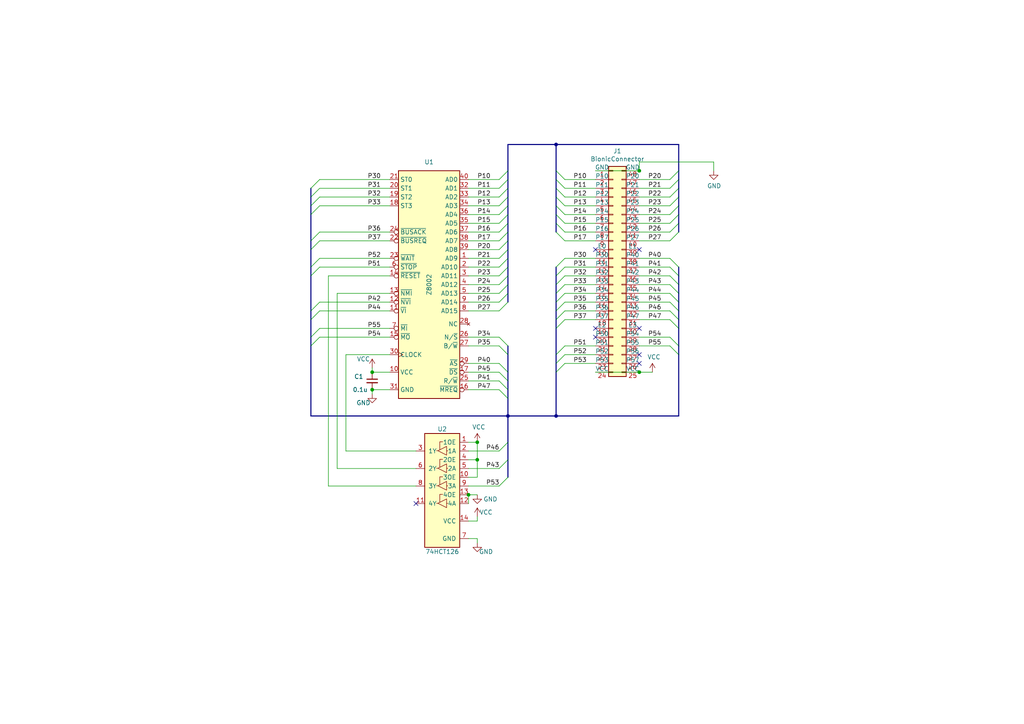
<source format=kicad_sch>
(kicad_sch (version 20211123) (generator eeschema)
  (paper "A4")
  (title_block (title "BionicZ8002 Mezzanine") (date "2022-01-19") (rev "1") (company "Tadashi G. Takaoka"))
  (lib_symbols
    (symbol "0-LocalLibrary:74HCT126" (pin_names (offset 1.016))
      (property "Reference" "U" (at 0 16.51 0))
      (property "Value" "74HCT126" (at 0 -19.05 0))
      (symbol "74HCT126_0_1"
        (polyline (pts (xy -1.2954 10.2108) (xy -1.6002 10.2108)))
        (polyline (pts (xy 1.2954 10.2362) (xy 1.651 10.2362)))
        (polyline (pts (xy 0.7112 10.5664) (xy 0.7112 12.827) (xy -0.127 12.827) (xy -0.1016 12.827)))
      )
      (symbol "74HCT126_1_0"
        (polyline (pts (xy 1.27 10.2362) (xy -1.27 11.5062) (xy -1.27 8.9662) (xy 1.27 10.2362)) (stroke (width 0.1524)))
        (pin input line (at -7.62 12.7 0) (length 2.54) (name "1OE") (number "1"))
        (pin input line (at -7.62 2.54 0) (length 2.54) (name "3OE") (number "10"))
        (pin tri_state line (at 7.62 -5.08 180) (length 2.54) (name "4Y") (number "11"))
        (pin input line (at -7.62 -5.08 0) (length 2.54) (name "4A") (number "12"))
        (pin input line (at -7.62 -2.54 0) (length 2.54) (name "4OE") (number "13"))
        (pin power_in line (at -7.62 -10.16 0) (length 2.54) (name "VCC") (number "14"))
        (pin input line (at -7.62 10.16 0) (length 2.54) (name "1A") (number "2"))
        (pin tri_state line (at 7.62 10.16 180) (length 2.54) (name "1Y") (number "3"))
        (pin input line (at -7.62 7.62 0) (length 2.54) (name "2OE") (number "4"))
        (pin input line (at -7.62 5.08 0) (length 2.54) (name "2A") (number "5"))
        (pin tri_state line (at 7.62 5.08 180) (length 2.54) (name "2Y") (number "6"))
        (pin power_in line (at -7.62 -15.24 0) (length 2.54) (name "GND") (number "7"))
        (pin tri_state line (at 7.62 0 180) (length 2.54) (name "3Y") (number "8"))
        (pin input line (at -7.62 0 0) (length 2.54) (name "3A") (number "9"))
      )
      (symbol "74HCT126_1_1"
        (rectangle (start -5.08 15.24) (end 5.08 -17.78) (stroke (width 0.254)) (fill (type background)))
        (polyline (pts (xy -1.2954 -5.0292) (xy -1.6002 -5.0292)))
        (polyline (pts (xy -1.2954 0.0508) (xy -1.6002 0.0508)))
        (polyline (pts (xy -1.2954 5.1308) (xy -1.6002 5.1308)))
        (polyline (pts (xy 1.2954 -5.0038) (xy 1.651 -5.0038)))
        (polyline (pts (xy 1.2954 0.0762) (xy 1.651 0.0762)))
        (polyline (pts (xy 1.2954 5.1562) (xy 1.651 5.1562)))
        (polyline (pts (xy 0.7112 -4.6736) (xy 0.7112 -2.413) (xy -0.127 -2.413) (xy -0.1016 -2.413)))
        (polyline (pts (xy 0.7112 0.4064) (xy 0.7112 2.667) (xy -0.127 2.667) (xy -0.1016 2.667)))
        (polyline (pts (xy 0.7112 5.4864) (xy 0.7112 7.747) (xy -0.127 7.747) (xy -0.1016 7.747)))
        (polyline (pts (xy 1.27 -5.0038) (xy -1.27 -3.7338) (xy -1.27 -6.2738) (xy 1.27 -5.0038)) (stroke (width 0.1524)))
        (polyline (pts (xy 1.27 0.0762) (xy -1.27 1.3462) (xy -1.27 -1.1938) (xy 1.27 0.0762)) (stroke (width 0.1524)))
        (polyline (pts (xy 1.27 5.1562) (xy -1.27 6.4262) (xy -1.27 3.8862) (xy 1.27 5.1562)) (stroke (width 0.1524)))
      )
    )
    (symbol "0-LocalLibrary:BionicConnector" (pin_names (offset 0))
      (property "Reference" "J" (at 1.27 30.48 0))
      (property "Value" "BionicConnector" (at 3.81 33.02 0))
      (symbol "BionicConnector_1_1"
        (rectangle (start -1.27 -30.353) (end 0 -30.607) (stroke (width 0.1524)))
        (rectangle (start -1.27 -27.813) (end 0 -28.067) (stroke (width 0.1524)))
        (rectangle (start -1.27 -25.273) (end 0 -25.527) (stroke (width 0.1524)))
        (rectangle (start -1.27 -22.733) (end 0 -22.987) (stroke (width 0.1524)))
        (rectangle (start -1.27 -20.193) (end 0 -20.447) (stroke (width 0.1524)))
        (rectangle (start -1.27 -17.653) (end 0 -17.907) (stroke (width 0.1524)))
        (rectangle (start -1.27 -15.113) (end 0 -15.367) (stroke (width 0.1524)))
        (rectangle (start -1.27 -12.573) (end 0 -12.827) (stroke (width 0.1524)))
        (rectangle (start -1.27 -10.033) (end 0 -10.287) (stroke (width 0.1524)))
        (rectangle (start -1.27 -7.493) (end 0 -7.747) (stroke (width 0.1524)))
        (rectangle (start -1.27 -4.953) (end 0 -5.207) (stroke (width 0.1524)))
        (rectangle (start -1.27 -2.413) (end 0 -2.667) (stroke (width 0.1524)))
        (rectangle (start -1.27 0.127) (end 0 -0.127) (stroke (width 0.1524)))
        (rectangle (start -1.27 2.667) (end 0 2.413) (stroke (width 0.1524)))
        (rectangle (start -1.27 5.207) (end 0 4.953) (stroke (width 0.1524)))
        (rectangle (start -1.27 7.747) (end 0 7.493) (stroke (width 0.1524)))
        (rectangle (start -1.27 10.287) (end 0 10.033) (stroke (width 0.1524)))
        (rectangle (start -1.27 12.827) (end 0 12.573) (stroke (width 0.1524)))
        (rectangle (start -1.27 15.367) (end 0 15.113) (stroke (width 0.1524)))
        (rectangle (start -1.27 17.907) (end 0 17.653) (stroke (width 0.1524)))
        (rectangle (start -1.27 20.447) (end 0 20.193) (stroke (width 0.1524)))
        (rectangle (start -1.27 22.987) (end 0 22.733) (stroke (width 0.1524)))
        (rectangle (start -1.27 25.527) (end 0 25.273) (stroke (width 0.1524)))
        (rectangle (start -1.27 28.067) (end 0 27.813) (stroke (width 0.1524)))
        (rectangle (start -1.27 29.21) (end 3.81 -31.75) (stroke (width 0.254)) (fill (type background)))
        (rectangle (start 3.81 -30.353) (end 2.54 -30.607) (stroke (width 0.1524)))
        (rectangle (start 3.81 -27.813) (end 2.54 -28.067) (stroke (width 0.1524)))
        (rectangle (start 3.81 -25.273) (end 2.54 -25.527) (stroke (width 0.1524)))
        (rectangle (start 3.81 -22.733) (end 2.54 -22.987) (stroke (width 0.1524)))
        (rectangle (start 3.81 -20.193) (end 2.54 -20.447) (stroke (width 0.1524)))
        (rectangle (start 3.81 -17.653) (end 2.54 -17.907) (stroke (width 0.1524)))
        (rectangle (start 3.81 -15.113) (end 2.54 -15.367) (stroke (width 0.1524)))
        (rectangle (start 3.81 -12.573) (end 2.54 -12.827) (stroke (width 0.1524)))
        (rectangle (start 3.81 -10.033) (end 2.54 -10.287) (stroke (width 0.1524)))
        (rectangle (start 3.81 -7.493) (end 2.54 -7.747) (stroke (width 0.1524)))
        (rectangle (start 3.81 -4.953) (end 2.54 -5.207) (stroke (width 0.1524)))
        (rectangle (start 3.81 -2.413) (end 2.54 -2.667) (stroke (width 0.1524)))
        (rectangle (start 3.81 0.127) (end 2.54 -0.127) (stroke (width 0.1524)))
        (rectangle (start 3.81 2.667) (end 2.54 2.413) (stroke (width 0.1524)))
        (rectangle (start 3.81 5.207) (end 2.54 4.953) (stroke (width 0.1524)))
        (rectangle (start 3.81 7.747) (end 2.54 7.493) (stroke (width 0.1524)))
        (rectangle (start 3.81 10.287) (end 2.54 10.033) (stroke (width 0.1524)))
        (rectangle (start 3.81 12.827) (end 2.54 12.573) (stroke (width 0.1524)))
        (rectangle (start 3.81 15.367) (end 2.54 15.113) (stroke (width 0.1524)))
        (rectangle (start 3.81 17.907) (end 2.54 17.653) (stroke (width 0.1524)))
        (rectangle (start 3.81 20.447) (end 2.54 20.193) (stroke (width 0.1524)))
        (rectangle (start 3.81 22.987) (end 2.54 22.733) (stroke (width 0.1524)))
        (rectangle (start 3.81 25.527) (end 2.54 25.273) (stroke (width 0.1524)))
        (rectangle (start 3.81 28.067) (end 2.54 27.813) (stroke (width 0.1524)))
        (pin power_out line (at -5.08 27.94 0) (length 3.81) (name "GND") (number "1"))
        (pin bidirectional line (at -5.08 5.08 0) (length 3.81) (name "E0") (number "10"))
        (pin bidirectional line (at -5.08 2.54 0) (length 3.81) (name "P30") (number "11"))
        (pin bidirectional line (at -5.08 0 0) (length 3.81) (name "P31") (number "12"))
        (pin bidirectional line (at -5.08 -2.54 0) (length 3.81) (name "P32") (number "13"))
        (pin bidirectional line (at -5.08 -5.08 0) (length 3.81) (name "P33") (number "14"))
        (pin bidirectional line (at -5.08 -7.62 0) (length 3.81) (name "P34") (number "15"))
        (pin bidirectional line (at -5.08 -10.16 0) (length 3.81) (name "P35") (number "16"))
        (pin bidirectional line (at -5.08 -12.7 0) (length 3.81) (name "P36") (number "17"))
        (pin bidirectional line (at -5.08 -15.24 0) (length 3.81) (name "P37") (number "18"))
        (pin bidirectional line (at -5.08 -17.78 0) (length 3.81) (name "E2") (number "19"))
        (pin bidirectional line (at -5.08 25.4 0) (length 3.81) (name "P10") (number "2"))
        (pin bidirectional line (at -5.08 -20.32 0) (length 3.81) (name "P50") (number "20"))
        (pin bidirectional line (at -5.08 -22.86 0) (length 3.81) (name "P51") (number "21"))
        (pin bidirectional line (at -5.08 -25.4 0) (length 3.81) (name "P52") (number "22"))
        (pin bidirectional line (at -5.08 -27.94 0) (length 3.81) (name "P53") (number "23"))
        (pin power_out line (at -5.08 -30.48 0) (length 3.81) (name "VCC") (number "24"))
        (pin power_in line (at 7.62 -30.48 180) (length 3.81) (name "VCC") (number "25"))
        (pin bidirectional line (at 7.62 -27.94 180) (length 3.81) (name "P57") (number "26"))
        (pin bidirectional line (at 7.62 -25.4 180) (length 3.81) (name "P56") (number "27"))
        (pin bidirectional line (at 7.62 -22.86 180) (length 3.81) (name "P55") (number "28"))
        (pin bidirectional line (at 7.62 -20.32 180) (length 3.81) (name "P54") (number "29"))
        (pin bidirectional line (at -5.08 22.86 0) (length 3.81) (name "P11") (number "3"))
        (pin bidirectional line (at 7.62 -17.78 180) (length 3.81) (name "E3") (number "30"))
        (pin bidirectional line (at 7.62 -15.24 180) (length 3.81) (name "P47") (number "31"))
        (pin bidirectional line (at 7.62 -12.7 180) (length 3.81) (name "P46") (number "32"))
        (pin bidirectional line (at 7.62 -10.16 180) (length 3.81) (name "P45") (number "33"))
        (pin bidirectional line (at 7.62 -7.62 180) (length 3.81) (name "P44") (number "34"))
        (pin bidirectional line (at 7.62 -5.08 180) (length 3.81) (name "P43") (number "35"))
        (pin bidirectional line (at 7.62 -2.54 180) (length 3.81) (name "P42") (number "36"))
        (pin bidirectional line (at 7.62 0 180) (length 3.81) (name "P41") (number "37"))
        (pin bidirectional line (at 7.62 2.54 180) (length 3.81) (name "P40") (number "38"))
        (pin bidirectional line (at 7.62 5.08 180) (length 3.81) (name "E1") (number "39"))
        (pin bidirectional line (at -5.08 20.32 0) (length 3.81) (name "P12") (number "4"))
        (pin bidirectional line (at 7.62 7.62 180) (length 3.81) (name "P27") (number "40"))
        (pin bidirectional line (at 7.62 10.16 180) (length 3.81) (name "P26") (number "41"))
        (pin bidirectional line (at 7.62 12.7 180) (length 3.81) (name "P25") (number "42"))
        (pin bidirectional line (at 7.62 15.24 180) (length 3.81) (name "P24") (number "43"))
        (pin bidirectional line (at 7.62 17.78 180) (length 3.81) (name "P23") (number "44"))
        (pin bidirectional line (at 7.62 20.32 180) (length 3.81) (name "P22") (number "45"))
        (pin bidirectional line (at 7.62 22.86 180) (length 3.81) (name "P21") (number "46"))
        (pin bidirectional line (at 7.62 25.4 180) (length 3.81) (name "P20") (number "47"))
        (pin power_in line (at 7.62 27.94 180) (length 3.81) (name "GND") (number "48"))
        (pin bidirectional line (at -5.08 17.78 0) (length 3.81) (name "P13") (number "5"))
        (pin bidirectional line (at -5.08 15.24 0) (length 3.81) (name "P14") (number "6"))
        (pin bidirectional line (at -5.08 12.7 0) (length 3.81) (name "P15") (number "7"))
        (pin bidirectional line (at -5.08 10.16 0) (length 3.81) (name "P16") (number "8"))
        (pin bidirectional line (at -5.08 7.62 0) (length 3.81) (name "P17") (number "9"))
      )
    )
    (symbol "0-LocalLibrary:Z8002"
      (property "Reference" "U" (at -1.27 34.29 0))
      (property "Value" "Z8002" (at 0 -3.81 90))
      (symbol "Z8002_0_1"
        (rectangle (start -8.89 -33.02) (end 8.89 33.02) (stroke (width 0.254)) (fill (type background)))
      )
      (symbol "Z8002_1_1"
        (pin bidirectional line (at 11.43 7.62 180) (length 2.54) (name "AD9") (number "1"))
        (pin power_in line (at -11.43 -25.4 0) (length 2.54) (name "VCC") (number "10"))
        (pin input inverted (at -11.43 -7.62 0) (length 2.54) (name "~{VI}") (number "11"))
        (pin input inverted (at -11.43 -5.08 0) (length 2.54) (name "~{NVI}") (number "12"))
        (pin input inverted (at -11.43 -2.54 0) (length 2.54) (name "~{NMI}") (number "13"))
        (pin input inverted (at -11.43 2.54 0) (length 2.54) (name "~{RESET}") (number "14"))
        (pin output inverted (at -11.43 -15.24 0) (length 2.54) (name "~{MO}") (number "15"))
        (pin output inverted (at 11.43 -30.48 180) (length 2.54) (name "~{MREQ}") (number "16"))
        (pin output inverted (at 11.43 -25.4 180) (length 2.54) (name "~{DS}") (number "17"))
        (pin output line (at -11.43 22.86 0) (length 2.54) (name "ST3") (number "18"))
        (pin output line (at -11.43 25.4 0) (length 2.54) (name "ST2") (number "19"))
        (pin bidirectional line (at 11.43 5.08 180) (length 2.54) (name "AD10") (number "2"))
        (pin output line (at -11.43 27.94 0) (length 2.54) (name "ST1") (number "20"))
        (pin output line (at -11.43 30.48 0) (length 2.54) (name "ST0") (number "21"))
        (pin input inverted (at -11.43 12.7 0) (length 2.54) (name "~{BUSREQ}") (number "22"))
        (pin input inverted (at -11.43 7.62 0) (length 2.54) (name "~{WAIT}") (number "23"))
        (pin output inverted (at -11.43 15.24 0) (length 2.54) (name "~{BUSACK}") (number "24"))
        (pin output line (at 11.43 -27.94 180) (length 2.54) (name "R/~{W}") (number "25"))
        (pin output line (at 11.43 -15.24 180) (length 2.54) (name "N/~{S}") (number "26"))
        (pin output line (at 11.43 -17.78 180) (length 2.54) (name "B/~{W}") (number "27"))
        (pin no_connect line (at 11.43 -11.43 180) (length 2.54) (name "NC") (number "28"))
        (pin output inverted (at 11.43 -22.86 180) (length 2.54) (name "~{AS}") (number "29"))
        (pin bidirectional line (at 11.43 2.54 180) (length 2.54) (name "AD11") (number "3"))
        (pin input clock (at -11.43 -20.32 0) (length 2.54) (name "CLOCK") (number "30"))
        (pin power_in line (at -11.43 -30.48 0) (length 2.54) (name "GND") (number "31"))
        (pin bidirectional line (at 11.43 27.94 180) (length 2.54) (name "AD1") (number "32"))
        (pin bidirectional line (at 11.43 25.4 180) (length 2.54) (name "AD2") (number "33"))
        (pin bidirectional line (at 11.43 22.86 180) (length 2.54) (name "AD3") (number "34"))
        (pin bidirectional line (at 11.43 17.78 180) (length 2.54) (name "AD5") (number "35"))
        (pin bidirectional line (at 11.43 20.32 180) (length 2.54) (name "AD4") (number "36"))
        (pin bidirectional line (at 11.43 15.24 180) (length 2.54) (name "AD6") (number "37"))
        (pin bidirectional line (at 11.43 12.7 180) (length 2.54) (name "AD7") (number "38"))
        (pin bidirectional line (at 11.43 10.16 180) (length 2.54) (name "AD8") (number "39"))
        (pin bidirectional line (at 11.43 0 180) (length 2.54) (name "AD12") (number "4"))
        (pin bidirectional line (at 11.43 30.48 180) (length 2.54) (name "AD0") (number "40"))
        (pin bidirectional line (at 11.43 -2.54 180) (length 2.54) (name "AD13") (number "5"))
        (pin input inverted (at -11.43 5.08 0) (length 2.54) (name "~{STOP}") (number "6"))
        (pin input inverted (at -11.43 -12.7 0) (length 2.54) (name "~{MI}") (number "7"))
        (pin bidirectional line (at 11.43 -7.62 180) (length 2.54) (name "AD15") (number "8"))
        (pin bidirectional line (at 11.43 -5.08 180) (length 2.54) (name "AD14") (number "9"))
      )
    )
    (symbol "Device:C_Small" (pin_numbers hide) (pin_names (offset 0.254) hide)
      (property "Reference" "C" (at 0.254 1.778 0))
      (property "Value" "C_Small" (at 0.254 -2.032 0))
      (symbol "C_Small_0_1"
        (polyline (pts (xy -1.524 -0.508) (xy 1.524 -0.508)) (stroke (width 0.3302)))
        (polyline (pts (xy -1.524 0.508) (xy 1.524 0.508)) (stroke (width 0.3048)))
      )
      (symbol "C_Small_1_1"
        (pin passive line (at 0 2.54 270) (length 2.032) (name "~") (number "1"))
        (pin passive line (at 0 -2.54 90) (length 2.032) (name "~") (number "2"))
      )
    )
    (symbol "power:GND" (power) (pin_names (offset 0))
      (property "Value" "GND" (at 0 -3.81 0))
      (symbol "GND_0_1"
        (polyline (pts (xy 0 0) (xy 0 -1.27) (xy 1.27 -1.27) (xy 0 -2.54) (xy -1.27 -1.27) (xy 0 -1.27)))
      )
      (symbol "GND_1_1"
        (pin power_in line (at 0 0 270) (length 0) hide (name "GND") (number "1"))
      )
    )
    (symbol "power:VCC" (power) (pin_names (offset 0))
      (property "Value" "VCC" (at 0 3.81 0))
      (symbol "VCC_0_1"
        (polyline (pts (xy -0.762 1.27) (xy 0 2.54)))
        (polyline (pts (xy 0 0) (xy 0 2.54)))
        (polyline (pts (xy 0 2.54) (xy 0.762 1.27)))
      )
      (symbol "VCC_1_1"
        (pin power_in line (at 0 0 90) (length 0) hide (name "VCC") (number "1"))
      )
    )
  )
  (junction (at 161.29 41.91))
  (junction (at 161.29 120.65))
  (junction (at 185.42 49.53))
  (junction (at 138.43 133.35))
  (junction (at 135.89 143.51))
  (junction (at 147.32 120.65))
  (junction (at 107.95 107.95))
  (junction (at 107.95 113.03))
  (junction (at 138.43 128.27))
  (junction (at 185.42 107.95))
  (no_connect (at 185.42 102.87))
  (no_connect (at 120.65 146.05))
  (no_connect (at 185.42 72.39))
  (no_connect (at 185.42 105.41))
  (no_connect (at 185.42 95.25))
  (no_connect (at 172.72 95.25))
  (no_connect (at 172.72 72.39))
  (no_connect (at 172.72 97.79))
  (bus_entry (at 147.32 102.87) (size -2.54 -2.54))
  (bus_entry (at 196.85 57.15) (size -2.54 2.54))
  (bus_entry (at 92.71 57.15) (size -2.54 2.54))
  (bus_entry (at 196.85 54.61) (size -2.54 2.54))
  (bus_entry (at 194.31 80.01) (size 2.54 2.54))
  (bus_entry (at 194.31 87.63) (size 2.54 2.54))
  (bus_entry (at 163.83 64.77) (size -2.54 -2.54))
  (bus_entry (at 92.71 59.69) (size -2.54 2.54))
  (bus_entry (at 163.83 105.41) (size -2.54 2.54))
  (bus_entry (at 163.83 90.17) (size -2.54 2.54))
  (bus_entry (at 163.83 100.33) (size -2.54 2.54))
  (bus_entry (at 147.32 69.85) (size -2.54 2.54))
  (bus_entry (at 194.31 97.79) (size 2.54 2.54))
  (bus_entry (at 92.71 90.17) (size -2.54 2.54))
  (bus_entry (at 144.78 107.95) (size 2.54 2.54))
  (bus_entry (at 92.71 69.85) (size -2.54 2.54))
  (bus_entry (at 194.31 85.09) (size 2.54 2.54))
  (bus_entry (at 147.32 87.63) (size -2.54 2.54))
  (bus_entry (at 144.78 52.07) (size 2.54 -2.54))
  (bus_entry (at 92.71 52.07) (size -2.54 2.54))
  (bus_entry (at 144.78 69.85) (size 2.54 -2.54))
  (bus_entry (at 163.83 80.01) (size -2.54 2.54))
  (bus_entry (at 92.71 74.93) (size -2.54 2.54))
  (bus_entry (at 144.78 64.77) (size 2.54 -2.54))
  (bus_entry (at 147.32 100.33) (size -2.54 -2.54))
  (bus_entry (at 196.85 64.77) (size -2.54 2.54))
  (bus_entry (at 196.85 62.23) (size -2.54 2.54))
  (bus_entry (at 163.83 87.63) (size -2.54 2.54))
  (bus_entry (at 163.83 85.09) (size -2.54 2.54))
  (bus_entry (at 163.83 54.61) (size -2.54 -2.54))
  (bus_entry (at 194.31 74.93) (size 2.54 2.54))
  (bus_entry (at 147.32 85.09) (size -2.54 2.54))
  (bus_entry (at 147.32 74.93) (size -2.54 2.54))
  (bus_entry (at 147.32 128.27) (size -2.54 2.54))
  (bus_entry (at 163.83 59.69) (size -2.54 -2.54))
  (bus_entry (at 144.78 113.03) (size 2.54 2.54))
  (bus_entry (at 163.83 67.31) (size -2.54 -2.54))
  (bus_entry (at 163.83 102.87) (size -2.54 2.54))
  (bus_entry (at 163.83 57.15) (size -2.54 -2.54))
  (bus_entry (at 163.83 52.07) (size -2.54 -2.54))
  (bus_entry (at 144.78 105.41) (size 2.54 2.54))
  (bus_entry (at 163.83 62.23) (size -2.54 -2.54))
  (bus_entry (at 196.85 59.69) (size -2.54 2.54))
  (bus_entry (at 194.31 92.71) (size 2.54 2.54))
  (bus_entry (at 194.31 90.17) (size 2.54 2.54))
  (bus_entry (at 163.83 82.55) (size -2.54 2.54))
  (bus_entry (at 196.85 49.53) (size -2.54 2.54))
  (bus_entry (at 92.71 95.25) (size -2.54 2.54))
  (bus_entry (at 144.78 110.49) (size 2.54 2.54))
  (bus_entry (at 194.31 100.33) (size 2.54 2.54))
  (bus_entry (at 92.71 67.31) (size -2.54 2.54))
  (bus_entry (at 144.78 57.15) (size 2.54 -2.54))
  (bus_entry (at 92.71 97.79) (size -2.54 2.54))
  (bus_entry (at 144.78 67.31) (size 2.54 -2.54))
  (bus_entry (at 147.32 80.01) (size -2.54 2.54))
  (bus_entry (at 194.31 82.55) (size 2.54 2.54))
  (bus_entry (at 163.83 92.71) (size -2.54 2.54))
  (bus_entry (at 144.78 54.61) (size 2.54 -2.54))
  (bus_entry (at 147.32 82.55) (size -2.54 2.54))
  (bus_entry (at 163.83 69.85) (size -2.54 -2.54))
  (bus_entry (at 147.32 138.43) (size -2.54 2.54))
  (bus_entry (at 147.32 77.47) (size -2.54 2.54))
  (bus_entry (at 196.85 52.07) (size -2.54 2.54))
  (bus_entry (at 147.32 133.35) (size -2.54 2.54))
  (bus_entry (at 163.83 74.93) (size -2.54 2.54))
  (bus_entry (at 194.31 77.47) (size 2.54 2.54))
  (bus_entry (at 92.71 54.61) (size -2.54 2.54))
  (bus_entry (at 147.32 72.39) (size -2.54 2.54))
  (bus_entry (at 92.71 87.63) (size -2.54 2.54))
  (bus_entry (at 144.78 59.69) (size 2.54 -2.54))
  (bus_entry (at 92.71 77.47) (size -2.54 2.54))
  (bus_entry (at 196.85 67.31) (size -2.54 2.54))
  (bus_entry (at 163.83 77.47) (size -2.54 2.54))
  (bus_entry (at 144.78 62.23) (size 2.54 -2.54))
  (wire (pts (xy 135.89 59.69) (xy 144.78 59.69)))
  (bus (pts (xy 196.85 62.23) (xy 196.85 64.77)))
  (wire (pts (xy 172.72 80.01) (xy 163.83 80.01)))
  (bus (pts (xy 90.17 97.79) (xy 90.17 100.33)))
  (wire (pts (xy 113.03 90.17) (xy 92.71 90.17)))
  (bus (pts (xy 161.29 57.15) (xy 161.29 59.69)))
  (wire (pts (xy 163.83 90.17) (xy 172.72 90.17)))
  (wire (pts (xy 135.89 90.17) (xy 144.78 90.17)))
  (bus (pts (xy 147.32 85.09) (xy 147.32 87.63)))
  (bus (pts (xy 196.85 49.53) (xy 196.85 52.07)))
  (bus (pts (xy 196.85 80.01) (xy 196.85 82.55)))
  (bus (pts (xy 196.85 64.77) (xy 196.85 67.31)))
  (bus (pts (xy 147.32 69.85) (xy 147.32 72.39)))
  (wire (pts (xy 92.71 95.25) (xy 113.03 95.25)))
  (wire (pts (xy 138.43 157.48) (xy 138.43 156.21)))
  (wire (pts (xy 138.43 138.43) (xy 138.43 133.35)))
  (wire (pts (xy 92.71 69.85) (xy 113.03 69.85)))
  (wire (pts (xy 113.03 54.61) (xy 92.71 54.61)))
  (bus (pts (xy 161.29 90.17) (xy 161.29 92.71)))
  (bus (pts (xy 161.29 95.25) (xy 161.29 102.87)))
  (bus (pts (xy 147.32 102.87) (xy 147.32 107.95)))
  (wire (pts (xy 135.89 140.97) (xy 144.78 140.97)))
  (bus (pts (xy 161.29 80.01) (xy 161.29 82.55)))
  (wire (pts (xy 120.65 130.81) (xy 100.33 130.81)))
  (wire (pts (xy 135.89 74.93) (xy 144.78 74.93)))
  (wire (pts (xy 107.95 107.95) (xy 107.95 106.68)))
  (bus (pts (xy 196.85 87.63) (xy 196.85 90.17)))
  (wire (pts (xy 172.72 100.33) (xy 163.83 100.33)))
  (bus (pts (xy 147.32 64.77) (xy 147.32 67.31)))
  (wire (pts (xy 185.42 54.61) (xy 194.31 54.61)))
  (wire (pts (xy 135.89 67.31) (xy 144.78 67.31)))
  (bus (pts (xy 147.32 49.53) (xy 147.32 52.07)))
  (bus (pts (xy 161.29 41.91) (xy 196.85 41.91)))
  (bus (pts (xy 196.85 95.25) (xy 196.85 100.33)))
  (bus (pts (xy 90.17 72.39) (xy 90.17 77.47)))
  (wire (pts (xy 138.43 128.27) (xy 138.43 133.35)))
  (wire (pts (xy 172.72 69.85) (xy 163.83 69.85)))
  (bus (pts (xy 90.17 59.69) (xy 90.17 62.23)))
  (wire (pts (xy 185.42 82.55) (xy 194.31 82.55)))
  (bus (pts (xy 196.85 57.15) (xy 196.85 59.69)))
  (bus (pts (xy 161.29 64.77) (xy 161.29 67.31)))
  (bus (pts (xy 161.29 62.23) (xy 161.29 64.77)))
  (bus (pts (xy 196.85 77.47) (xy 196.85 80.01)))
  (bus (pts (xy 90.17 57.15) (xy 90.17 59.69)))
  (bus (pts (xy 147.32 77.47) (xy 147.32 80.01)))
  (bus (pts (xy 196.85 82.55) (xy 196.85 85.09)))
  (bus (pts (xy 161.29 102.87) (xy 161.29 105.41)))
  (wire (pts (xy 135.89 72.39) (xy 144.78 72.39)))
  (wire (pts (xy 135.89 57.15) (xy 144.78 57.15)))
  (wire (pts (xy 135.89 69.85) (xy 144.78 69.85)))
  (wire (pts (xy 172.72 49.53) (xy 185.42 49.53)))
  (wire (pts (xy 135.89 82.55) (xy 144.78 82.55)))
  (wire (pts (xy 100.33 102.87) (xy 100.33 130.81)))
  (bus (pts (xy 196.85 54.61) (xy 196.85 57.15)))
  (wire (pts (xy 135.89 54.61) (xy 144.78 54.61)))
  (wire (pts (xy 107.95 113.03) (xy 113.03 113.03)))
  (wire (pts (xy 92.71 57.15) (xy 113.03 57.15)))
  (wire (pts (xy 113.03 87.63) (xy 92.71 87.63)))
  (wire (pts (xy 185.42 52.07) (xy 194.31 52.07)))
  (bus (pts (xy 147.32 128.27) (xy 147.32 133.35)))
  (wire (pts (xy 135.89 143.51) (xy 138.43 143.51)))
  (wire (pts (xy 135.89 110.49) (xy 144.78 110.49)))
  (wire (pts (xy 185.42 59.69) (xy 194.31 59.69)))
  (wire (pts (xy 172.72 107.95) (xy 185.42 107.95)))
  (wire (pts (xy 135.89 97.79) (xy 144.78 97.79)))
  (wire (pts (xy 113.03 102.87) (xy 100.33 102.87)))
  (bus (pts (xy 147.32 120.65) (xy 147.32 128.27)))
  (wire (pts (xy 185.42 74.93) (xy 194.31 74.93)))
  (wire (pts (xy 172.72 59.69) (xy 163.83 59.69)))
  (wire (pts (xy 135.89 80.01) (xy 144.78 80.01)))
  (wire (pts (xy 185.42 80.01) (xy 194.31 80.01)))
  (bus (pts (xy 147.32 80.01) (xy 147.32 82.55)))
  (wire (pts (xy 135.89 64.77) (xy 144.78 64.77)))
  (wire (pts (xy 95.25 80.01) (xy 113.03 80.01)))
  (wire (pts (xy 172.72 54.61) (xy 163.83 54.61)))
  (wire (pts (xy 172.72 102.87) (xy 163.83 102.87)))
  (wire (pts (xy 97.79 85.09) (xy 97.79 135.89)))
  (wire (pts (xy 135.89 128.27) (xy 138.43 128.27)))
  (wire (pts (xy 185.42 85.09) (xy 194.31 85.09)))
  (wire (pts (xy 135.89 130.81) (xy 144.78 130.81)))
  (wire (pts (xy 113.03 77.47) (xy 92.71 77.47)))
  (bus (pts (xy 147.32 52.07) (xy 147.32 54.61)))
  (bus (pts (xy 90.17 62.23) (xy 90.17 69.85)))
  (wire (pts (xy 135.89 77.47) (xy 144.78 77.47)))
  (bus (pts (xy 196.85 41.91) (xy 196.85 49.53)))
  (wire (pts (xy 172.72 67.31) (xy 163.83 67.31)))
  (bus (pts (xy 161.29 85.09) (xy 161.29 87.63)))
  (wire (pts (xy 120.65 140.97) (xy 95.25 140.97)))
  (wire (pts (xy 107.95 107.95) (xy 113.03 107.95)))
  (wire (pts (xy 172.72 92.71) (xy 163.83 92.71)))
  (wire (pts (xy 97.79 135.89) (xy 120.65 135.89)))
  (bus (pts (xy 161.29 52.07) (xy 161.29 54.61)))
  (bus (pts (xy 147.32 54.61) (xy 147.32 57.15)))
  (wire (pts (xy 172.72 64.77) (xy 163.83 64.77)))
  (bus (pts (xy 196.85 85.09) (xy 196.85 87.63)))
  (wire (pts (xy 185.42 97.79) (xy 194.31 97.79)))
  (bus (pts (xy 90.17 80.01) (xy 90.17 90.17)))
  (bus (pts (xy 147.32 100.33) (xy 147.32 102.87)))
  (bus (pts (xy 196.85 52.07) (xy 196.85 54.61)))
  (wire (pts (xy 185.42 46.99) (xy 207.01 46.99)))
  (bus (pts (xy 90.17 77.47) (xy 90.17 80.01)))
  (wire (pts (xy 185.42 62.23) (xy 194.31 62.23)))
  (bus (pts (xy 147.32 82.55) (xy 147.32 85.09)))
  (wire (pts (xy 172.72 57.15) (xy 163.83 57.15)))
  (bus (pts (xy 161.29 54.61) (xy 161.29 57.15)))
  (bus (pts (xy 90.17 100.33) (xy 90.17 120.65)))
  (bus (pts (xy 161.29 87.63) (xy 161.29 90.17)))
  (wire (pts (xy 185.42 77.47) (xy 194.31 77.47)))
  (bus (pts (xy 161.29 82.55) (xy 161.29 85.09)))
  (bus (pts (xy 90.17 54.61) (xy 90.17 57.15)))
  (wire (pts (xy 135.89 133.35) (xy 138.43 133.35)))
  (bus (pts (xy 90.17 92.71) (xy 90.17 97.79)))
  (bus (pts (xy 161.29 120.65) (xy 196.85 120.65)))
  (bus (pts (xy 161.29 105.41) (xy 161.29 107.95)))
  (wire (pts (xy 172.72 105.41) (xy 163.83 105.41)))
  (wire (pts (xy 135.89 143.51) (xy 135.89 146.05)))
  (wire (pts (xy 135.89 87.63) (xy 144.78 87.63)))
  (wire (pts (xy 185.42 57.15) (xy 194.31 57.15)))
  (wire (pts (xy 135.89 138.43) (xy 138.43 138.43)))
  (wire (pts (xy 185.42 87.63) (xy 194.31 87.63)))
  (wire (pts (xy 113.03 85.09) (xy 97.79 85.09)))
  (wire (pts (xy 135.89 62.23) (xy 144.78 62.23)))
  (bus (pts (xy 147.32 113.03) (xy 147.32 115.57)))
  (wire (pts (xy 185.42 92.71) (xy 194.31 92.71)))
  (wire (pts (xy 135.89 100.33) (xy 144.78 100.33)))
  (bus (pts (xy 196.85 102.87) (xy 196.85 120.65)))
  (wire (pts (xy 172.72 62.23) (xy 163.83 62.23)))
  (wire (pts (xy 135.89 85.09) (xy 144.78 85.09)))
  (bus (pts (xy 147.32 107.95) (xy 147.32 110.49)))
  (bus (pts (xy 147.32 41.91) (xy 161.29 41.91)))
  (wire (pts (xy 144.78 135.89) (xy 135.89 135.89)))
  (wire (pts (xy 185.42 107.95) (xy 189.23 107.95)))
  (bus (pts (xy 147.32 57.15) (xy 147.32 59.69)))
  (bus (pts (xy 147.32 115.57) (xy 147.32 120.65)))
  (bus (pts (xy 147.32 72.39) (xy 147.32 74.93)))
  (bus (pts (xy 147.32 133.35) (xy 147.32 138.43)))
  (wire (pts (xy 163.83 87.63) (xy 172.72 87.63)))
  (bus (pts (xy 147.32 62.23) (xy 147.32 64.77)))
  (bus (pts (xy 161.29 77.47) (xy 161.29 80.01)))
  (wire (pts (xy 185.42 67.31) (xy 194.31 67.31)))
  (wire (pts (xy 172.72 52.07) (xy 163.83 52.07)))
  (wire (pts (xy 92.71 59.69) (xy 113.03 59.69)))
  (bus (pts (xy 147.32 41.91) (xy 147.32 49.53)))
  (bus (pts (xy 90.17 120.65) (xy 147.32 120.65)))
  (wire (pts (xy 135.89 113.03) (xy 144.78 113.03)))
  (wire (pts (xy 185.42 46.99) (xy 185.42 49.53)))
  (wire (pts (xy 138.43 151.13) (xy 138.43 149.86)))
  (bus (pts (xy 147.32 59.69) (xy 147.32 62.23)))
  (bus (pts (xy 161.29 49.53) (xy 161.29 52.07)))
  (bus (pts (xy 90.17 69.85) (xy 90.17 72.39)))
  (wire (pts (xy 163.83 85.09) (xy 172.72 85.09)))
  (wire (pts (xy 185.42 100.33) (xy 194.31 100.33)))
  (bus (pts (xy 90.17 90.17) (xy 90.17 92.71)))
  (wire (pts (xy 185.42 69.85) (xy 194.31 69.85)))
  (wire (pts (xy 113.03 97.79) (xy 92.71 97.79)))
  (bus (pts (xy 147.32 120.65) (xy 161.29 120.65)))
  (bus (pts (xy 196.85 59.69) (xy 196.85 62.23)))
  (bus (pts (xy 161.29 92.71) (xy 161.29 95.25)))
  (wire (pts (xy 185.42 90.17) (xy 194.31 90.17)))
  (bus (pts (xy 161.29 41.91) (xy 161.29 49.53)))
  (wire (pts (xy 135.89 105.41) (xy 144.78 105.41)))
  (wire (pts (xy 135.89 52.07) (xy 144.78 52.07)))
  (bus (pts (xy 196.85 92.71) (xy 196.85 95.25)))
  (wire (pts (xy 172.72 74.93) (xy 163.83 74.93)))
  (wire (pts (xy 172.72 77.47) (xy 163.83 77.47)))
  (wire (pts (xy 113.03 74.93) (xy 92.71 74.93)))
  (wire (pts (xy 135.89 156.21) (xy 138.43 156.21)))
  (wire (pts (xy 172.72 82.55) (xy 163.83 82.55)))
  (bus (pts (xy 161.29 107.95) (xy 161.29 120.65)))
  (bus (pts (xy 147.32 67.31) (xy 147.32 69.85)))
  (wire (pts (xy 207.01 46.99) (xy 207.01 49.53)))
  (bus (pts (xy 196.85 90.17) (xy 196.85 92.71)))
  (wire (pts (xy 95.25 80.01) (xy 95.25 140.97)))
  (wire (pts (xy 92.71 67.31) (xy 113.03 67.31)))
  (wire (pts (xy 107.95 114.3) (xy 107.95 113.03)))
  (wire (pts (xy 135.89 107.95) (xy 144.78 107.95)))
  (bus (pts (xy 161.29 59.69) (xy 161.29 62.23)))
  (bus (pts (xy 196.85 100.33) (xy 196.85 102.87)))
  (wire (pts (xy 113.03 52.07) (xy 92.71 52.07)))
  (wire (pts (xy 185.42 64.77) (xy 194.31 64.77)))
  (bus (pts (xy 147.32 110.49) (xy 147.32 113.03)))
  (wire (pts (xy 138.43 151.13) (xy 135.89 151.13)))
  (bus (pts (xy 147.32 74.93) (xy 147.32 77.47)))
  (label "P25" (at 187.96 64.77 0))
  (label "P26" (at 138.43 87.63 0))
  (label "P27" (at 187.96 69.85 0))
  (label "P35" (at 170.18 87.63 180))
  (label "P42" (at 187.96 80.01 0))
  (label "P33" (at 110.49 59.69 180))
  (label "P16" (at 138.43 67.31 0))
  (label "P46" (at 187.96 90.17 0))
  (label "P37" (at 110.49 69.85 180))
  (label "P24" (at 187.96 62.23 0))
  (label "P22" (at 138.43 77.47 0))
  (label "P10" (at 138.43 52.07 0))
  (label "P53" (at 140.97 140.97 0))
  (label "P25" (at 138.43 85.09 0))
  (label "P24" (at 138.43 82.55 0))
  (label "P31" (at 110.49 54.61 180))
  (label "P36" (at 110.49 67.31 180))
  (label "P55" (at 110.49 95.25 180))
  (label "P15" (at 170.18 64.77 180))
  (label "P41" (at 187.96 77.47 0))
  (label "P14" (at 170.18 62.23 180))
  (label "P40" (at 138.43 105.41 0))
  (label "P33" (at 170.18 82.55 180))
  (label "P17" (at 138.43 69.85 0))
  (label "P16" (at 170.18 67.31 180))
  (label "P31" (at 170.18 77.47 180))
  (label "P12" (at 138.43 57.15 0))
  (label "P17" (at 170.18 69.85 180))
  (label "P30" (at 110.49 52.07 180))
  (label "P13" (at 138.43 59.69 0))
  (label "P45" (at 138.43 107.95 0))
  (label "P42" (at 110.49 87.63 180))
  (label "P20" (at 187.96 52.07 0))
  (label "P21" (at 138.43 74.93 0))
  (label "P54" (at 187.96 97.79 0))
  (label "P51" (at 170.18 100.33 180))
  (label "P40" (at 187.96 74.93 0))
  (label "P36" (at 170.18 90.17 180))
  (label "P37" (at 170.18 92.71 180))
  (label "P15" (at 138.43 64.77 0))
  (label "P45" (at 187.96 87.63 0))
  (label "P13" (at 170.18 59.69 180))
  (label "P32" (at 170.18 80.01 180))
  (label "P55" (at 187.96 100.33 0))
  (label "P11" (at 170.18 54.61 180))
  (label "P32" (at 110.49 57.15 180))
  (label "P11" (at 138.43 54.61 0))
  (label "P44" (at 187.96 85.09 0))
  (label "P46" (at 140.97 130.81 0))
  (label "P10" (at 170.18 52.07 180))
  (label "P27" (at 138.43 90.17 0))
  (label "P53" (at 170.18 105.41 180))
  (label "P52" (at 110.49 74.93 180))
  (label "P21" (at 187.96 54.61 0))
  (label "P22" (at 187.96 57.15 0))
  (label "P41" (at 138.43 110.49 0))
  (label "P30" (at 170.18 74.93 180))
  (label "P23" (at 138.43 80.01 0))
  (label "P23" (at 187.96 59.69 0))
  (label "P12" (at 170.18 57.15 180))
  (label "P51" (at 110.49 77.47 180))
  (label "P52" (at 170.18 102.87 180))
  (label "P34" (at 170.18 85.09 180))
  (label "P44" (at 110.49 90.17 180))
  (label "P14" (at 138.43 62.23 0))
  (label "P43" (at 140.97 135.89 0))
  (label "P20" (at 138.43 72.39 0))
  (label "P34" (at 138.43 97.79 0))
  (label "P54" (at 110.49 97.79 180))
  (label "P35" (at 138.43 100.33 0))
  (label "P43" (at 187.96 82.55 0))
  (label "P26" (at 187.96 67.31 0))
  (label "P47" (at 138.43 113.03 0))
  (label "P47" (at 187.96 92.71 0))
  (symbol (lib_id "power:VCC") (at -1352.55 -1136.65 0) (unit 1)
    (property "Reference" "#PWR01" (effects hide))
    (property "Value" "VCC" (at -1352.1182 -1141.0442 0))
  )
  (symbol (lib_id "power:VCC") (at 107.95 106.68 0) (mirror y) (unit 1)
    (property "Reference" "#PWR03" (effects hide))
    (property "Value" "VCC" (at 105.41 104.14 0))
  )
  (symbol (lib_id "power:GND") (at 107.95 114.3 0) (mirror y) (unit 1)
    (property "Reference" "#PWR04" (effects hide))
    (property "Value" "GND" (at 105.41 116.84 0))
  )
  (symbol (lib_id "Device:C_Small") (at 107.95 110.49 0) (mirror y) (unit 1)
    (property "Reference" "C1" (at 105.41 109.22 0) (effects (justify left)))
    (property "Value" "0.1u" (at 106.68 113.03 0) (effects (justify left)))
    (property "Footprint" "Capacitor_THT:C_Disc_D3.4mm_W2.1mm_P2.50mm" (effects hide))
  )
  (symbol (lib_id "0-LocalLibrary:74HCT126") (at 128.27 140.97 0) (mirror y) (unit 1)
    (property "Reference" "U2" (at 128.27 124.46 0))
    (property "Value" "74HCT126" (at 128.27 160.02 0))
    (property "Footprint" "Package_DIP:DIP-14_W7.62mm" (effects hide))
    (property "Datasheet" "https://www.ti.com/lit/ds/symlink/cd74hct126.pdf" (effects hide))
  )
  (symbol (lib_id "power:VCC") (at 138.43 149.86 0) (unit 1)
    (property "Reference" "#PWR07" (effects hide))
    (property "Value" "VCC" (at 140.97 148.59 0))
  )
  (symbol (lib_id "power:GND") (at 138.43 157.48 0) (unit 1)
    (property "Reference" "#PWR08" (effects hide))
    (property "Value" "GND" (at 140.97 160.02 0))
  )
  (symbol (lib_id "power:VCC") (at 138.43 128.27 0) (unit 1)
    (property "Reference" "#PWR02" (effects hide))
    (property "Value" "VCC" (at 138.8618 123.8758 0))
  )
  (symbol (lib_id "power:GND") (at 138.43 143.51 0) (unit 1)
    (property "Reference" "#PWR06" (effects hide))
    (property "Value" "GND" (at 142.24 144.78 0))
  )
  (symbol (lib_id "power:GND") (at 207.01 49.53 0) (unit 1)
    (property "Reference" "#PWR0101" (effects hide))
    (property "Value" "GND" (at 207.137 53.9242 0))
  )
  (symbol (lib_id "power:VCC") (at 189.23 107.95 0) (unit 1)
    (property "Reference" "#PWR0102" (effects hide))
    (property "Value" "VCC" (at 189.6618 103.5558 0))
  )
  (symbol (lib_id "0-LocalLibrary:Z8002") (at 124.46 82.55 0) (unit 1)
    (property "Reference" "U1" (at 124.46 46.99 0))
    (property "Value" "Z8002" (at 124.46 82.55 90))
    (property "Footprint" "Package_DIP:DIP-40_W15.24mm" (effects hide))
    (property "Datasheet" "https://pdf1.alldatasheet.com/datasheet-pdf/view/1283760/ZILOG/Z8002.html" (effects hide))
  )
  (symbol (lib_id "0-LocalLibrary:BionicConnector") (at 177.8 77.47 0) (unit 1)
    (property "Reference" "J1" (at 179.07 43.815 0))
    (property "Value" "BionicConnector" (at 179.07 46.1264 0))
    (property "Footprint" "0-LocalLibrary:DIP-48_W7.62mm" (effects hide))
    (property "Datasheet" "https://www.arieselec.com/wp-content/uploads/2020/02/10001-universal-dip-zif-test-socket.pdf" (effects hide))
  )
)
</source>
